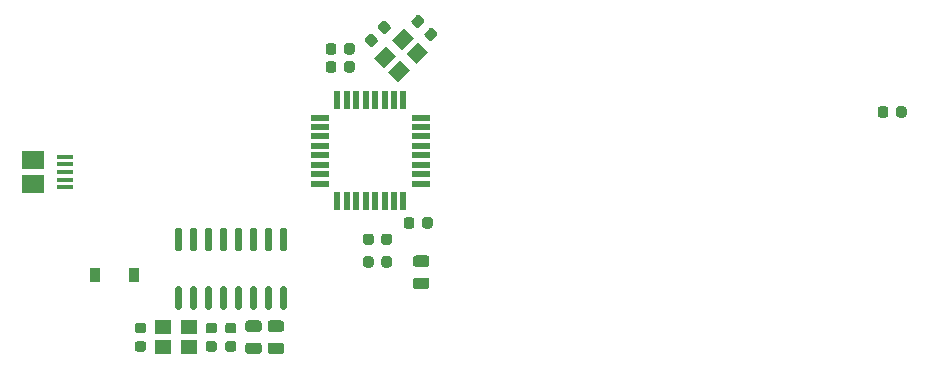
<source format=gbr>
G04 #@! TF.GenerationSoftware,KiCad,Pcbnew,(5.1.9)-1*
G04 #@! TF.CreationDate,2021-05-05T15:50:03+02:00*
G04 #@! TF.ProjectId,V0_Display,56305f44-6973-4706-9c61-792e6b696361,rev?*
G04 #@! TF.SameCoordinates,Original*
G04 #@! TF.FileFunction,Paste,Bot*
G04 #@! TF.FilePolarity,Positive*
%FSLAX46Y46*%
G04 Gerber Fmt 4.6, Leading zero omitted, Abs format (unit mm)*
G04 Created by KiCad (PCBNEW (5.1.9)-1) date 2021-05-05 15:50:03*
%MOMM*%
%LPD*%
G01*
G04 APERTURE LIST*
%ADD10C,0.100000*%
%ADD11R,1.400000X1.200000*%
%ADD12R,1.600000X0.550000*%
%ADD13R,0.550000X1.600000*%
%ADD14R,0.900000X1.200000*%
%ADD15R,1.900000X1.500000*%
%ADD16R,1.350000X0.400000*%
G04 APERTURE END LIST*
G36*
G01*
X103649000Y-80825000D02*
X103149000Y-80825000D01*
G75*
G02*
X102924000Y-80600000I0J225000D01*
G01*
X102924000Y-80150000D01*
G75*
G02*
X103149000Y-79925000I225000J0D01*
G01*
X103649000Y-79925000D01*
G75*
G02*
X103874000Y-80150000I0J-225000D01*
G01*
X103874000Y-80600000D01*
G75*
G02*
X103649000Y-80825000I-225000J0D01*
G01*
G37*
G36*
G01*
X103649000Y-82375000D02*
X103149000Y-82375000D01*
G75*
G02*
X102924000Y-82150000I0J225000D01*
G01*
X102924000Y-81700000D01*
G75*
G02*
X103149000Y-81475000I225000J0D01*
G01*
X103649000Y-81475000D01*
G75*
G02*
X103874000Y-81700000I0J-225000D01*
G01*
X103874000Y-82150000D01*
G75*
G02*
X103649000Y-82375000I-225000J0D01*
G01*
G37*
G36*
G01*
X159718000Y-62320000D02*
X159718000Y-61820000D01*
G75*
G02*
X159943000Y-61595000I225000J0D01*
G01*
X160393000Y-61595000D01*
G75*
G02*
X160618000Y-61820000I0J-225000D01*
G01*
X160618000Y-62320000D01*
G75*
G02*
X160393000Y-62545000I-225000J0D01*
G01*
X159943000Y-62545000D01*
G75*
G02*
X159718000Y-62320000I0J225000D01*
G01*
G37*
G36*
G01*
X158168000Y-62320000D02*
X158168000Y-61820000D01*
G75*
G02*
X158393000Y-61595000I225000J0D01*
G01*
X158843000Y-61595000D01*
G75*
G02*
X159068000Y-61820000I0J-225000D01*
G01*
X159068000Y-62320000D01*
G75*
G02*
X158843000Y-62545000I-225000J0D01*
G01*
X158393000Y-62545000D01*
G75*
G02*
X158168000Y-62320000I0J225000D01*
G01*
G37*
G36*
G01*
X119599000Y-71718000D02*
X119599000Y-71218000D01*
G75*
G02*
X119824000Y-70993000I225000J0D01*
G01*
X120274000Y-70993000D01*
G75*
G02*
X120499000Y-71218000I0J-225000D01*
G01*
X120499000Y-71718000D01*
G75*
G02*
X120274000Y-71943000I-225000J0D01*
G01*
X119824000Y-71943000D01*
G75*
G02*
X119599000Y-71718000I0J225000D01*
G01*
G37*
G36*
G01*
X118049000Y-71718000D02*
X118049000Y-71218000D01*
G75*
G02*
X118274000Y-70993000I225000J0D01*
G01*
X118724000Y-70993000D01*
G75*
G02*
X118949000Y-71218000I0J-225000D01*
G01*
X118949000Y-71718000D01*
G75*
G02*
X118724000Y-71943000I-225000J0D01*
G01*
X118274000Y-71943000D01*
G75*
G02*
X118049000Y-71718000I0J225000D01*
G01*
G37*
D10*
G36*
X119269569Y-56153984D02*
G01*
X120118097Y-57002512D01*
X119128147Y-57992462D01*
X118279619Y-57143934D01*
X119269569Y-56153984D01*
G37*
G36*
X117713934Y-57709619D02*
G01*
X118562462Y-58558147D01*
X117572512Y-59548097D01*
X116723984Y-58699569D01*
X117713934Y-57709619D01*
G37*
G36*
X116511853Y-56507538D02*
G01*
X117360381Y-57356066D01*
X116370431Y-58346016D01*
X115521903Y-57497488D01*
X116511853Y-56507538D01*
G37*
G36*
X118067488Y-54951903D02*
G01*
X118916016Y-55800431D01*
X117926066Y-56790381D01*
X117077538Y-55941853D01*
X118067488Y-54951903D01*
G37*
D11*
X99850000Y-82000000D03*
X97650000Y-82000000D03*
X97650000Y-80300000D03*
X99850000Y-80300000D03*
G36*
G01*
X108015000Y-73850000D02*
X107715000Y-73850000D01*
G75*
G02*
X107565000Y-73700000I0J150000D01*
G01*
X107565000Y-72050000D01*
G75*
G02*
X107715000Y-71900000I150000J0D01*
G01*
X108015000Y-71900000D01*
G75*
G02*
X108165000Y-72050000I0J-150000D01*
G01*
X108165000Y-73700000D01*
G75*
G02*
X108015000Y-73850000I-150000J0D01*
G01*
G37*
G36*
G01*
X106745000Y-73850000D02*
X106445000Y-73850000D01*
G75*
G02*
X106295000Y-73700000I0J150000D01*
G01*
X106295000Y-72050000D01*
G75*
G02*
X106445000Y-71900000I150000J0D01*
G01*
X106745000Y-71900000D01*
G75*
G02*
X106895000Y-72050000I0J-150000D01*
G01*
X106895000Y-73700000D01*
G75*
G02*
X106745000Y-73850000I-150000J0D01*
G01*
G37*
G36*
G01*
X105475000Y-73850000D02*
X105175000Y-73850000D01*
G75*
G02*
X105025000Y-73700000I0J150000D01*
G01*
X105025000Y-72050000D01*
G75*
G02*
X105175000Y-71900000I150000J0D01*
G01*
X105475000Y-71900000D01*
G75*
G02*
X105625000Y-72050000I0J-150000D01*
G01*
X105625000Y-73700000D01*
G75*
G02*
X105475000Y-73850000I-150000J0D01*
G01*
G37*
G36*
G01*
X104205000Y-73850000D02*
X103905000Y-73850000D01*
G75*
G02*
X103755000Y-73700000I0J150000D01*
G01*
X103755000Y-72050000D01*
G75*
G02*
X103905000Y-71900000I150000J0D01*
G01*
X104205000Y-71900000D01*
G75*
G02*
X104355000Y-72050000I0J-150000D01*
G01*
X104355000Y-73700000D01*
G75*
G02*
X104205000Y-73850000I-150000J0D01*
G01*
G37*
G36*
G01*
X102935000Y-73850000D02*
X102635000Y-73850000D01*
G75*
G02*
X102485000Y-73700000I0J150000D01*
G01*
X102485000Y-72050000D01*
G75*
G02*
X102635000Y-71900000I150000J0D01*
G01*
X102935000Y-71900000D01*
G75*
G02*
X103085000Y-72050000I0J-150000D01*
G01*
X103085000Y-73700000D01*
G75*
G02*
X102935000Y-73850000I-150000J0D01*
G01*
G37*
G36*
G01*
X101665000Y-73850000D02*
X101365000Y-73850000D01*
G75*
G02*
X101215000Y-73700000I0J150000D01*
G01*
X101215000Y-72050000D01*
G75*
G02*
X101365000Y-71900000I150000J0D01*
G01*
X101665000Y-71900000D01*
G75*
G02*
X101815000Y-72050000I0J-150000D01*
G01*
X101815000Y-73700000D01*
G75*
G02*
X101665000Y-73850000I-150000J0D01*
G01*
G37*
G36*
G01*
X100395000Y-73850000D02*
X100095000Y-73850000D01*
G75*
G02*
X99945000Y-73700000I0J150000D01*
G01*
X99945000Y-72050000D01*
G75*
G02*
X100095000Y-71900000I150000J0D01*
G01*
X100395000Y-71900000D01*
G75*
G02*
X100545000Y-72050000I0J-150000D01*
G01*
X100545000Y-73700000D01*
G75*
G02*
X100395000Y-73850000I-150000J0D01*
G01*
G37*
G36*
G01*
X99125000Y-73850000D02*
X98825000Y-73850000D01*
G75*
G02*
X98675000Y-73700000I0J150000D01*
G01*
X98675000Y-72050000D01*
G75*
G02*
X98825000Y-71900000I150000J0D01*
G01*
X99125000Y-71900000D01*
G75*
G02*
X99275000Y-72050000I0J-150000D01*
G01*
X99275000Y-73700000D01*
G75*
G02*
X99125000Y-73850000I-150000J0D01*
G01*
G37*
G36*
G01*
X99125000Y-78800000D02*
X98825000Y-78800000D01*
G75*
G02*
X98675000Y-78650000I0J150000D01*
G01*
X98675000Y-77000000D01*
G75*
G02*
X98825000Y-76850000I150000J0D01*
G01*
X99125000Y-76850000D01*
G75*
G02*
X99275000Y-77000000I0J-150000D01*
G01*
X99275000Y-78650000D01*
G75*
G02*
X99125000Y-78800000I-150000J0D01*
G01*
G37*
G36*
G01*
X100395000Y-78800000D02*
X100095000Y-78800000D01*
G75*
G02*
X99945000Y-78650000I0J150000D01*
G01*
X99945000Y-77000000D01*
G75*
G02*
X100095000Y-76850000I150000J0D01*
G01*
X100395000Y-76850000D01*
G75*
G02*
X100545000Y-77000000I0J-150000D01*
G01*
X100545000Y-78650000D01*
G75*
G02*
X100395000Y-78800000I-150000J0D01*
G01*
G37*
G36*
G01*
X101665000Y-78800000D02*
X101365000Y-78800000D01*
G75*
G02*
X101215000Y-78650000I0J150000D01*
G01*
X101215000Y-77000000D01*
G75*
G02*
X101365000Y-76850000I150000J0D01*
G01*
X101665000Y-76850000D01*
G75*
G02*
X101815000Y-77000000I0J-150000D01*
G01*
X101815000Y-78650000D01*
G75*
G02*
X101665000Y-78800000I-150000J0D01*
G01*
G37*
G36*
G01*
X102935000Y-78800000D02*
X102635000Y-78800000D01*
G75*
G02*
X102485000Y-78650000I0J150000D01*
G01*
X102485000Y-77000000D01*
G75*
G02*
X102635000Y-76850000I150000J0D01*
G01*
X102935000Y-76850000D01*
G75*
G02*
X103085000Y-77000000I0J-150000D01*
G01*
X103085000Y-78650000D01*
G75*
G02*
X102935000Y-78800000I-150000J0D01*
G01*
G37*
G36*
G01*
X104205000Y-78800000D02*
X103905000Y-78800000D01*
G75*
G02*
X103755000Y-78650000I0J150000D01*
G01*
X103755000Y-77000000D01*
G75*
G02*
X103905000Y-76850000I150000J0D01*
G01*
X104205000Y-76850000D01*
G75*
G02*
X104355000Y-77000000I0J-150000D01*
G01*
X104355000Y-78650000D01*
G75*
G02*
X104205000Y-78800000I-150000J0D01*
G01*
G37*
G36*
G01*
X105475000Y-78800000D02*
X105175000Y-78800000D01*
G75*
G02*
X105025000Y-78650000I0J150000D01*
G01*
X105025000Y-77000000D01*
G75*
G02*
X105175000Y-76850000I150000J0D01*
G01*
X105475000Y-76850000D01*
G75*
G02*
X105625000Y-77000000I0J-150000D01*
G01*
X105625000Y-78650000D01*
G75*
G02*
X105475000Y-78800000I-150000J0D01*
G01*
G37*
G36*
G01*
X106745000Y-78800000D02*
X106445000Y-78800000D01*
G75*
G02*
X106295000Y-78650000I0J150000D01*
G01*
X106295000Y-77000000D01*
G75*
G02*
X106445000Y-76850000I150000J0D01*
G01*
X106745000Y-76850000D01*
G75*
G02*
X106895000Y-77000000I0J-150000D01*
G01*
X106895000Y-78650000D01*
G75*
G02*
X106745000Y-78800000I-150000J0D01*
G01*
G37*
G36*
G01*
X108015000Y-78800000D02*
X107715000Y-78800000D01*
G75*
G02*
X107565000Y-78650000I0J150000D01*
G01*
X107565000Y-77000000D01*
G75*
G02*
X107715000Y-76850000I150000J0D01*
G01*
X108015000Y-76850000D01*
G75*
G02*
X108165000Y-77000000I0J-150000D01*
G01*
X108165000Y-78650000D01*
G75*
G02*
X108015000Y-78800000I-150000J0D01*
G01*
G37*
D12*
X110970000Y-62550000D03*
X110970000Y-63350000D03*
X110970000Y-64150000D03*
X110970000Y-64950000D03*
X110970000Y-65750000D03*
X110970000Y-66550000D03*
X110970000Y-67350000D03*
X110970000Y-68150000D03*
D13*
X112420000Y-69600000D03*
X113220000Y-69600000D03*
X114020000Y-69600000D03*
X114820000Y-69600000D03*
X115620000Y-69600000D03*
X116420000Y-69600000D03*
X117220000Y-69600000D03*
X118020000Y-69600000D03*
D12*
X119470000Y-68150000D03*
X119470000Y-67350000D03*
X119470000Y-66550000D03*
X119470000Y-65750000D03*
X119470000Y-64950000D03*
X119470000Y-64150000D03*
X119470000Y-63350000D03*
X119470000Y-62550000D03*
D13*
X118020000Y-61100000D03*
X117220000Y-61100000D03*
X116420000Y-61100000D03*
X115620000Y-61100000D03*
X114820000Y-61100000D03*
X114020000Y-61100000D03*
X113220000Y-61100000D03*
X112420000Y-61100000D03*
D14*
X91870000Y-75850000D03*
X95170000Y-75850000D03*
G36*
G01*
X116251587Y-55412967D02*
X115898033Y-55059413D01*
G75*
G02*
X115898033Y-54741215I159099J159099D01*
G01*
X116216231Y-54423017D01*
G75*
G02*
X116534429Y-54423017I159099J-159099D01*
G01*
X116887983Y-54776571D01*
G75*
G02*
X116887983Y-55094769I-159099J-159099D01*
G01*
X116569785Y-55412967D01*
G75*
G02*
X116251587Y-55412967I-159099J159099D01*
G01*
G37*
G36*
G01*
X115155571Y-56508983D02*
X114802017Y-56155429D01*
G75*
G02*
X114802017Y-55837231I159099J159099D01*
G01*
X115120215Y-55519033D01*
G75*
G02*
X115438413Y-55519033I159099J-159099D01*
G01*
X115791967Y-55872587D01*
G75*
G02*
X115791967Y-56190785I-159099J-159099D01*
G01*
X115473769Y-56508983D01*
G75*
G02*
X115155571Y-56508983I-159099J159099D01*
G01*
G37*
G36*
G01*
X119835033Y-55364587D02*
X120188587Y-55011033D01*
G75*
G02*
X120506785Y-55011033I159099J-159099D01*
G01*
X120824983Y-55329231D01*
G75*
G02*
X120824983Y-55647429I-159099J-159099D01*
G01*
X120471429Y-56000983D01*
G75*
G02*
X120153231Y-56000983I-159099J159099D01*
G01*
X119835033Y-55682785D01*
G75*
G02*
X119835033Y-55364587I159099J159099D01*
G01*
G37*
G36*
G01*
X118739017Y-54268571D02*
X119092571Y-53915017D01*
G75*
G02*
X119410769Y-53915017I159099J-159099D01*
G01*
X119728967Y-54233215D01*
G75*
G02*
X119728967Y-54551413I-159099J-159099D01*
G01*
X119375413Y-54904967D01*
G75*
G02*
X119057215Y-54904967I-159099J159099D01*
G01*
X118739017Y-54586769D01*
G75*
G02*
X118739017Y-54268571I159099J159099D01*
G01*
G37*
G36*
G01*
X95500000Y-81475000D02*
X96000000Y-81475000D01*
G75*
G02*
X96225000Y-81700000I0J-225000D01*
G01*
X96225000Y-82150000D01*
G75*
G02*
X96000000Y-82375000I-225000J0D01*
G01*
X95500000Y-82375000D01*
G75*
G02*
X95275000Y-82150000I0J225000D01*
G01*
X95275000Y-81700000D01*
G75*
G02*
X95500000Y-81475000I225000J0D01*
G01*
G37*
G36*
G01*
X95500000Y-79925000D02*
X96000000Y-79925000D01*
G75*
G02*
X96225000Y-80150000I0J-225000D01*
G01*
X96225000Y-80600000D01*
G75*
G02*
X96000000Y-80825000I-225000J0D01*
G01*
X95500000Y-80825000D01*
G75*
G02*
X95275000Y-80600000I0J225000D01*
G01*
X95275000Y-80150000D01*
G75*
G02*
X95500000Y-79925000I225000J0D01*
G01*
G37*
G36*
G01*
X101500000Y-81475000D02*
X102000000Y-81475000D01*
G75*
G02*
X102225000Y-81700000I0J-225000D01*
G01*
X102225000Y-82150000D01*
G75*
G02*
X102000000Y-82375000I-225000J0D01*
G01*
X101500000Y-82375000D01*
G75*
G02*
X101275000Y-82150000I0J225000D01*
G01*
X101275000Y-81700000D01*
G75*
G02*
X101500000Y-81475000I225000J0D01*
G01*
G37*
G36*
G01*
X101500000Y-79925000D02*
X102000000Y-79925000D01*
G75*
G02*
X102225000Y-80150000I0J-225000D01*
G01*
X102225000Y-80600000D01*
G75*
G02*
X102000000Y-80825000I-225000J0D01*
G01*
X101500000Y-80825000D01*
G75*
G02*
X101275000Y-80600000I0J225000D01*
G01*
X101275000Y-80150000D01*
G75*
G02*
X101500000Y-79925000I225000J0D01*
G01*
G37*
G36*
G01*
X112345000Y-58010000D02*
X112345000Y-58510000D01*
G75*
G02*
X112120000Y-58735000I-225000J0D01*
G01*
X111670000Y-58735000D01*
G75*
G02*
X111445000Y-58510000I0J225000D01*
G01*
X111445000Y-58010000D01*
G75*
G02*
X111670000Y-57785000I225000J0D01*
G01*
X112120000Y-57785000D01*
G75*
G02*
X112345000Y-58010000I0J-225000D01*
G01*
G37*
G36*
G01*
X113895000Y-58010000D02*
X113895000Y-58510000D01*
G75*
G02*
X113670000Y-58735000I-225000J0D01*
G01*
X113220000Y-58735000D01*
G75*
G02*
X112995000Y-58510000I0J225000D01*
G01*
X112995000Y-58010000D01*
G75*
G02*
X113220000Y-57785000I225000J0D01*
G01*
X113670000Y-57785000D01*
G75*
G02*
X113895000Y-58010000I0J-225000D01*
G01*
G37*
G36*
G01*
X112995000Y-56986000D02*
X112995000Y-56486000D01*
G75*
G02*
X113220000Y-56261000I225000J0D01*
G01*
X113670000Y-56261000D01*
G75*
G02*
X113895000Y-56486000I0J-225000D01*
G01*
X113895000Y-56986000D01*
G75*
G02*
X113670000Y-57211000I-225000J0D01*
G01*
X113220000Y-57211000D01*
G75*
G02*
X112995000Y-56986000I0J225000D01*
G01*
G37*
G36*
G01*
X111445000Y-56986000D02*
X111445000Y-56486000D01*
G75*
G02*
X111670000Y-56261000I225000J0D01*
G01*
X112120000Y-56261000D01*
G75*
G02*
X112345000Y-56486000I0J-225000D01*
G01*
X112345000Y-56986000D01*
G75*
G02*
X112120000Y-57211000I-225000J0D01*
G01*
X111670000Y-57211000D01*
G75*
G02*
X111445000Y-56986000I0J225000D01*
G01*
G37*
G36*
G01*
X115495000Y-72600000D02*
X115495000Y-73100000D01*
G75*
G02*
X115270000Y-73325000I-225000J0D01*
G01*
X114820000Y-73325000D01*
G75*
G02*
X114595000Y-73100000I0J225000D01*
G01*
X114595000Y-72600000D01*
G75*
G02*
X114820000Y-72375000I225000J0D01*
G01*
X115270000Y-72375000D01*
G75*
G02*
X115495000Y-72600000I0J-225000D01*
G01*
G37*
G36*
G01*
X117045000Y-72600000D02*
X117045000Y-73100000D01*
G75*
G02*
X116820000Y-73325000I-225000J0D01*
G01*
X116370000Y-73325000D01*
G75*
G02*
X116145000Y-73100000I0J225000D01*
G01*
X116145000Y-72600000D01*
G75*
G02*
X116370000Y-72375000I225000J0D01*
G01*
X116820000Y-72375000D01*
G75*
G02*
X117045000Y-72600000I0J-225000D01*
G01*
G37*
G36*
G01*
X116145000Y-75020000D02*
X116145000Y-74520000D01*
G75*
G02*
X116370000Y-74295000I225000J0D01*
G01*
X116820000Y-74295000D01*
G75*
G02*
X117045000Y-74520000I0J-225000D01*
G01*
X117045000Y-75020000D01*
G75*
G02*
X116820000Y-75245000I-225000J0D01*
G01*
X116370000Y-75245000D01*
G75*
G02*
X116145000Y-75020000I0J225000D01*
G01*
G37*
G36*
G01*
X114595000Y-75020000D02*
X114595000Y-74520000D01*
G75*
G02*
X114820000Y-74295000I225000J0D01*
G01*
X115270000Y-74295000D01*
G75*
G02*
X115495000Y-74520000I0J-225000D01*
G01*
X115495000Y-75020000D01*
G75*
G02*
X115270000Y-75245000I-225000J0D01*
G01*
X114820000Y-75245000D01*
G75*
G02*
X114595000Y-75020000I0J225000D01*
G01*
G37*
G36*
G01*
X106763750Y-81600000D02*
X107676250Y-81600000D01*
G75*
G02*
X107920000Y-81843750I0J-243750D01*
G01*
X107920000Y-82331250D01*
G75*
G02*
X107676250Y-82575000I-243750J0D01*
G01*
X106763750Y-82575000D01*
G75*
G02*
X106520000Y-82331250I0J243750D01*
G01*
X106520000Y-81843750D01*
G75*
G02*
X106763750Y-81600000I243750J0D01*
G01*
G37*
G36*
G01*
X106763750Y-79725000D02*
X107676250Y-79725000D01*
G75*
G02*
X107920000Y-79968750I0J-243750D01*
G01*
X107920000Y-80456250D01*
G75*
G02*
X107676250Y-80700000I-243750J0D01*
G01*
X106763750Y-80700000D01*
G75*
G02*
X106520000Y-80456250I0J243750D01*
G01*
X106520000Y-79968750D01*
G75*
G02*
X106763750Y-79725000I243750J0D01*
G01*
G37*
G36*
G01*
X105776250Y-80700000D02*
X104863750Y-80700000D01*
G75*
G02*
X104620000Y-80456250I0J243750D01*
G01*
X104620000Y-79968750D01*
G75*
G02*
X104863750Y-79725000I243750J0D01*
G01*
X105776250Y-79725000D01*
G75*
G02*
X106020000Y-79968750I0J-243750D01*
G01*
X106020000Y-80456250D01*
G75*
G02*
X105776250Y-80700000I-243750J0D01*
G01*
G37*
G36*
G01*
X105776250Y-82575000D02*
X104863750Y-82575000D01*
G75*
G02*
X104620000Y-82331250I0J243750D01*
G01*
X104620000Y-81843750D01*
G75*
G02*
X104863750Y-81600000I243750J0D01*
G01*
X105776250Y-81600000D01*
G75*
G02*
X106020000Y-81843750I0J-243750D01*
G01*
X106020000Y-82331250D01*
G75*
G02*
X105776250Y-82575000I-243750J0D01*
G01*
G37*
G36*
G01*
X119976250Y-75200000D02*
X119063750Y-75200000D01*
G75*
G02*
X118820000Y-74956250I0J243750D01*
G01*
X118820000Y-74468750D01*
G75*
G02*
X119063750Y-74225000I243750J0D01*
G01*
X119976250Y-74225000D01*
G75*
G02*
X120220000Y-74468750I0J-243750D01*
G01*
X120220000Y-74956250D01*
G75*
G02*
X119976250Y-75200000I-243750J0D01*
G01*
G37*
G36*
G01*
X119976250Y-77075000D02*
X119063750Y-77075000D01*
G75*
G02*
X118820000Y-76831250I0J243750D01*
G01*
X118820000Y-76343750D01*
G75*
G02*
X119063750Y-76100000I243750J0D01*
G01*
X119976250Y-76100000D01*
G75*
G02*
X120220000Y-76343750I0J-243750D01*
G01*
X120220000Y-76831250D01*
G75*
G02*
X119976250Y-77075000I-243750J0D01*
G01*
G37*
D15*
X86682500Y-68150000D03*
D16*
X89382500Y-67150000D03*
X89382500Y-66500000D03*
X89382500Y-65850000D03*
X89382500Y-68450000D03*
X89382500Y-67800000D03*
D15*
X86682500Y-66150000D03*
M02*

</source>
